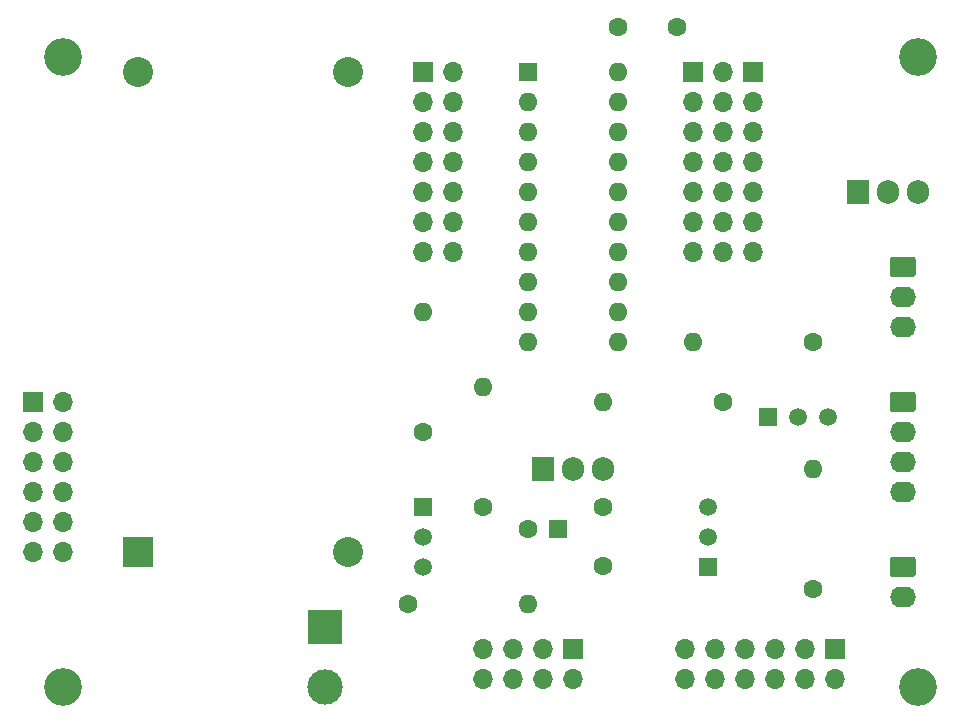
<source format=gbs>
G04 #@! TF.GenerationSoftware,KiCad,Pcbnew,(5.1.10)-1*
G04 #@! TF.CreationDate,2021-09-17T19:57:58-07:00*
G04 #@! TF.ProjectId,PrinterExpansion,5072696e-7465-4724-9578-70616e73696f,rev?*
G04 #@! TF.SameCoordinates,Original*
G04 #@! TF.FileFunction,Soldermask,Bot*
G04 #@! TF.FilePolarity,Negative*
%FSLAX46Y46*%
G04 Gerber Fmt 4.6, Leading zero omitted, Abs format (unit mm)*
G04 Created by KiCad (PCBNEW (5.1.10)-1) date 2021-09-17 19:57:58*
%MOMM*%
%LPD*%
G01*
G04 APERTURE LIST*
%ADD10O,1.905000X2.000000*%
%ADD11R,1.905000X2.000000*%
%ADD12C,1.600000*%
%ADD13R,1.600000X1.600000*%
%ADD14O,1.600000X1.600000*%
%ADD15C,3.000000*%
%ADD16R,3.000000X3.000000*%
%ADD17O,1.700000X1.700000*%
%ADD18R,1.700000X1.700000*%
%ADD19R,1.500000X1.500000*%
%ADD20C,1.500000*%
%ADD21C,3.200000*%
%ADD22C,2.540000*%
%ADD23R,2.540000X2.540000*%
%ADD24O,2.190000X1.740000*%
G04 APERTURE END LIST*
D10*
X83820000Y-59055000D03*
X81280000Y-59055000D03*
D11*
X78740000Y-59055000D03*
D12*
X77510000Y-64135000D03*
D13*
X80010000Y-64135000D03*
D14*
X77470000Y-70485000D03*
D12*
X67310000Y-70485000D03*
D15*
X60325000Y-77470000D03*
D16*
X60325000Y-72390000D03*
D17*
X73660000Y-76835000D03*
X73660000Y-74295000D03*
X76200000Y-76835000D03*
X76200000Y-74295000D03*
X78740000Y-76835000D03*
X78740000Y-74295000D03*
X81280000Y-76835000D03*
D18*
X81280000Y-74295000D03*
D10*
X110490000Y-35560000D03*
X107950000Y-35560000D03*
D11*
X105410000Y-35560000D03*
D14*
X85090000Y-25400000D03*
X77470000Y-48260000D03*
X85090000Y-27940000D03*
X77470000Y-45720000D03*
X85090000Y-30480000D03*
X77470000Y-43180000D03*
X85090000Y-33020000D03*
X77470000Y-40640000D03*
X85090000Y-35560000D03*
X77470000Y-38100000D03*
X85090000Y-38100000D03*
X77470000Y-35560000D03*
X85090000Y-40640000D03*
X77470000Y-33020000D03*
X85090000Y-43180000D03*
X77470000Y-30480000D03*
X85090000Y-45720000D03*
X77470000Y-27940000D03*
X85090000Y-48260000D03*
D13*
X77470000Y-25400000D03*
D17*
X38100000Y-66040000D03*
X35560000Y-66040000D03*
X38100000Y-63500000D03*
X35560000Y-63500000D03*
X38100000Y-60960000D03*
X35560000Y-60960000D03*
X38100000Y-58420000D03*
X35560000Y-58420000D03*
X38100000Y-55880000D03*
X35560000Y-55880000D03*
X38100000Y-53340000D03*
D18*
X35560000Y-53340000D03*
D19*
X97790000Y-54610000D03*
D20*
X102870000Y-54610000D03*
X100330000Y-54610000D03*
D19*
X92710000Y-67310000D03*
D20*
X92710000Y-62230000D03*
X92710000Y-64770000D03*
D19*
X68580000Y-62230000D03*
D20*
X68580000Y-67310000D03*
X68580000Y-64770000D03*
D14*
X73660000Y-52070000D03*
D12*
X73660000Y-62230000D03*
D14*
X68580000Y-45720000D03*
D12*
X68580000Y-55880000D03*
D17*
X90805000Y-76835000D03*
X90805000Y-74295000D03*
X93345000Y-76835000D03*
X93345000Y-74295000D03*
X95885000Y-76835000D03*
X95885000Y-74295000D03*
X98425000Y-76835000D03*
X98425000Y-74295000D03*
X100965000Y-76835000D03*
X100965000Y-74295000D03*
X103505000Y-76835000D03*
D18*
X103505000Y-74295000D03*
D21*
X110490000Y-77470000D03*
X110490000Y-24130000D03*
X38100000Y-77470000D03*
X38100000Y-24130000D03*
D17*
X96520000Y-40640000D03*
X96520000Y-38100000D03*
X96520000Y-35560000D03*
X96520000Y-33020000D03*
X96520000Y-30480000D03*
X96520000Y-27940000D03*
D18*
X96520000Y-25400000D03*
D17*
X93980000Y-40640000D03*
X91440000Y-40640000D03*
X93980000Y-38100000D03*
X91440000Y-38100000D03*
X93980000Y-35560000D03*
X91440000Y-35560000D03*
X93980000Y-33020000D03*
X91440000Y-33020000D03*
X93980000Y-30480000D03*
X91440000Y-30480000D03*
X93980000Y-27940000D03*
X91440000Y-27940000D03*
X93980000Y-25400000D03*
D18*
X91440000Y-25400000D03*
D17*
X71120000Y-40640000D03*
X68580000Y-40640000D03*
X71120000Y-38100000D03*
X68580000Y-38100000D03*
X71120000Y-35560000D03*
X68580000Y-35560000D03*
X71120000Y-33020000D03*
X68580000Y-33020000D03*
X71120000Y-30480000D03*
X68580000Y-30480000D03*
X71120000Y-27940000D03*
X68580000Y-27940000D03*
X71120000Y-25400000D03*
D18*
X68580000Y-25400000D03*
D22*
X62230000Y-25400000D03*
X44450000Y-25400000D03*
X62230000Y-66040000D03*
D23*
X44450000Y-66040000D03*
D14*
X101600000Y-59055000D03*
D12*
X101600000Y-69215000D03*
D14*
X83820000Y-53340000D03*
D12*
X93980000Y-53340000D03*
D14*
X91440000Y-48260000D03*
D12*
X101600000Y-48260000D03*
X83820000Y-67230000D03*
X83820000Y-62230000D03*
X90090000Y-21590000D03*
X85090000Y-21590000D03*
D24*
X109220000Y-46990000D03*
X109220000Y-44450000D03*
G36*
G01*
X108374999Y-41040000D02*
X110065001Y-41040000D01*
G75*
G02*
X110315000Y-41289999I0J-249999D01*
G01*
X110315000Y-42530001D01*
G75*
G02*
X110065001Y-42780000I-249999J0D01*
G01*
X108374999Y-42780000D01*
G75*
G02*
X108125000Y-42530001I0J249999D01*
G01*
X108125000Y-41289999D01*
G75*
G02*
X108374999Y-41040000I249999J0D01*
G01*
G37*
X109220000Y-69850000D03*
G36*
G01*
X108374999Y-66440000D02*
X110065001Y-66440000D01*
G75*
G02*
X110315000Y-66689999I0J-249999D01*
G01*
X110315000Y-67930001D01*
G75*
G02*
X110065001Y-68180000I-249999J0D01*
G01*
X108374999Y-68180000D01*
G75*
G02*
X108125000Y-67930001I0J249999D01*
G01*
X108125000Y-66689999D01*
G75*
G02*
X108374999Y-66440000I249999J0D01*
G01*
G37*
X109220000Y-60960000D03*
X109220000Y-58420000D03*
X109220000Y-55880000D03*
G36*
G01*
X108374999Y-52470000D02*
X110065001Y-52470000D01*
G75*
G02*
X110315000Y-52719999I0J-249999D01*
G01*
X110315000Y-53960001D01*
G75*
G02*
X110065001Y-54210000I-249999J0D01*
G01*
X108374999Y-54210000D01*
G75*
G02*
X108125000Y-53960001I0J249999D01*
G01*
X108125000Y-52719999D01*
G75*
G02*
X108374999Y-52470000I249999J0D01*
G01*
G37*
M02*

</source>
